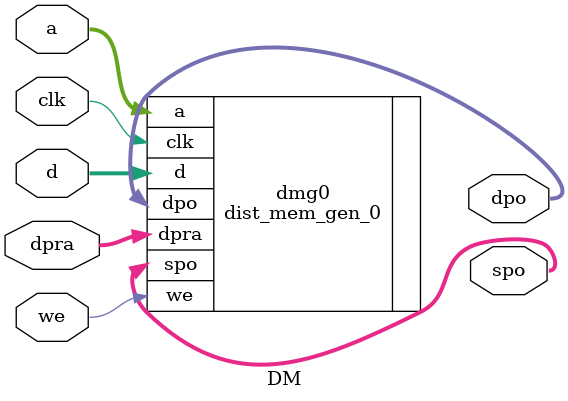
<source format=v>
`timescale 1ns / 1ps


module DM(
    input          clk,
    input  [4: 0]  a,           //read and write address of port 1
    input  [15: 0] d,           //write data synchronously of port 1  注：同步
    input          we,          //enable single of writing of port 1
    input  [4: 0]  dpra,        //!read address of port 2
    output [15: 0] spo,         //read data asynchronously of port 1  注：异步
    output [15: 0] dpo          //read data asynchronously of port 2
    );
    
    
    dist_mem_gen_0 dmg0(
        .clk    (clk),
        .a      (a),
        .d      (d),
        .we     (we),
        .dpra   (dpra),
        .spo    (spo),
        .dpo    (dpo)
    );
endmodule

</source>
